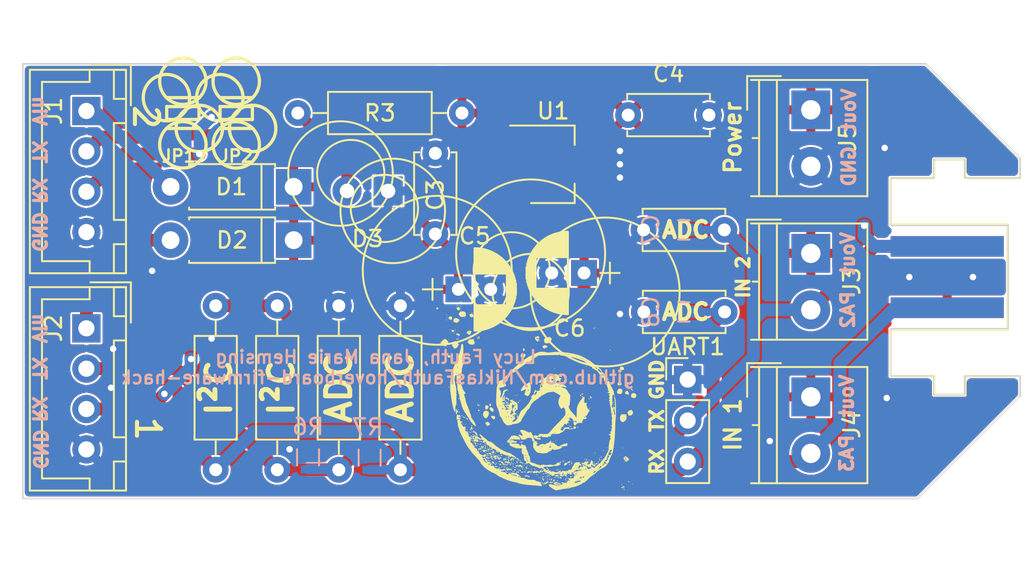
<source format=kicad_pcb>
(kicad_pcb (version 20171130) (host pcbnew "(5.1.4-0-10_14)")
  (layers (0 F.Cu signal) (31 B.Cu signal hide) (34 B.Paste user) (35 F.Paste user) (36 B.SilkS user) (37 F.SilkS user) (38 B.Mask user) (39 F.Mask user) (44 Edge.Cuts user))
  (net 0 "")
  (net 1 "VCC")
  (net 2 "RX")
  (net 3 "GND")
  (net 4 "RX.1")
  (net 5 "TX.1")
  (net 6 "VDD")
  (net 7 "Net-(D3-Pad2)")
  (net 8 "Net-(D2-Pad2)")
  (net 9 "Net-(D1-Pad2)")
  (net 10 "TX")
  (module "Connectors_Terminal_Blocks:TerminalBlock_4UCON_19963_02x3.5mm_Straight" (layer "F.Cu") (at 149.352 88.448 -90)
    (fp_text reference "J5" (at 1.722 -2.286 -90) (layer "F.SilkS"))
    (fp_text value "Screw_Terminal_01x02")
    (pad "1" thru_hole rect (at 0 0 270) (size 2.4 2.4) (drill 1.2) (layers *.Cu *.Mask) (net 1 "VCC"))
    (pad "2" thru_hole circle (at 3.5 0 270) (size 2.4 2.4) (drill 1.2) (layers *.Cu *.Mask) (net 3 "GND"))
  )
  (module "Capacitors_THT:CP_Radial_D5.0mm_P2.00mm" (layer "F.Cu") (at 127.54 99.568)
    (fp_text reference "C5" (at 1.016 -3.302) (layer "F.SilkS"))
    (fp_text value "22uF")
    (pad "1" thru_hole rect (at 0 0) (size 1.6 1.6) (drill 0.8) (layers *.Cu *.Mask) (net 6 "VDD"))
    (pad "2" thru_hole circle (at 2 0) (size 1.6 1.6) (drill 0.8) (layers *.Cu *.Mask) (net 3 "GND"))
  )
  (module "Connectors_JST:JST_XH_B04B-XH-A_04x2.50mm_Straight" (layer "F.Cu") (at 104.521 88.519 -90)
    (fp_text reference "J1" (at 0 2.032 -90) (layer "F.SilkS"))
    (fp_text value "Conn_01x04")
    (pad "1" thru_hole rect (at 0 0 270) (size 1.75 1.75) (drill 1) (layers *.Cu *.Mask) (net 9 "Net-(D1-Pad2)"))
    (pad "2" thru_hole circle (at 2.5 0 270) (size 1.75 1.75) (drill 1) (layers *.Cu *.Mask) (net 5 "TX.1"))
    (pad "3" thru_hole circle (at 5 0 270) (size 1.75 1.75) (drill 1) (layers *.Cu *.Mask) (net 4 "RX.1"))
    (pad "4" thru_hole circle (at 7.5 0 270) (size 1.75 1.75) (drill 1) (layers *.Cu *.Mask) (net 3 "GND"))
  )
  (module "Resistors_THT:R_Axial_DIN0207_L6.3mm_D2.5mm_P10.16mm_Horizontal" (layer "F.Cu") (at 120.142 100.584 -90)
    (fp_text reference "R1" hide)
    (fp_text value "R_Small")
    (pad "1" thru_hole circle (at 0 0 270) (size 1.6 1.6) (drill 0.8) (layers *.Cu *.Mask) (net 3 "GND"))
    (pad "2" thru_hole oval (at 10.16 0 270) (size 1.6 1.6) (drill 0.8) (layers *.Cu *.Mask) (net 10 "TX"))
  )
  (module "jumper:SOLDER-JUMPER_2-WAY" (layer "F.Cu") (at 113.792 88.646 90)
    (fp_text reference "JP2" (at -2.667 0) (layer "F.SilkS") (effects (font (size 0.762 0.762) (thickness 0.1524))))
    (fp_text value "Jumper_NC_Dual" hide)
    (pad "1" smd rect (at -1.35 0 90) (size 1 1) (layers "F.Cu" "F.Paste" "F.Mask") (net 10 "TX"))
    (pad "2" smd rect (at 0 0 90) (size 1 1) (layers "F.Cu" "F.Paste" "F.Mask") (net 4 "RX.1"))
    (pad "3" smd rect (at 1.35 0 90) (size 1 1) (layers "F.Cu" "F.Paste" "F.Mask") (net 2 "RX"))
  )
  (module "jumper:SOLDER-JUMPER_2-WAY" (layer "F.Cu") (at 110.49 88.646 90)
    (fp_text reference "JP1" (at -2.667 -0.254) (layer "F.SilkS") (effects (font (size 0.762 0.762) (thickness 0.1524))))
    (fp_text value "Jumper_NC_Dual" hide)
    (pad "1" smd rect (at -1.35 0 90) (size 1 1) (layers "F.Cu" "F.Paste" "F.Mask") (net 10 "TX"))
    (pad "2" smd rect (at 0 0 90) (size 1 1) (layers "F.Cu" "F.Paste" "F.Mask") (net 5 "TX.1"))
    (pad "3" smd rect (at 1.35 0 90) (size 1 1) (layers "F.Cu" "F.Paste" "F.Mask") (net 2 "RX"))
  )
  (module "LEDs:LED_D3.0mm" (layer "F.Cu") (at 123.19 93.472 180)
    (fp_text reference "D3" (at 1.27 -2.96 180) (layer "F.SilkS"))
    (fp_text value "LED")
    (pad "1" thru_hole rect (at 0 0 180) (size 1.8 1.8) (drill 0.9) (layers *.Cu *.Mask) (net 3 "GND"))
    (pad "2" thru_hole circle (at 2.54 0 180) (size 1.8 1.8) (drill 0.9) (layers *.Cu *.Mask) (net 7 "Net-(D3-Pad2)"))
  )
  (module "Connectors_Terminal_Blocks:TerminalBlock_4UCON_19963_02x3.5mm_Straight" (layer "F.Cu") (at 149.352 106.228 -90)
    (fp_text reference "J4" (at 1.722 -2.54 -90) (layer "F.SilkS"))
    (fp_text value "Screw_Terminal_01x02")
    (pad "1" thru_hole rect (at 0 0 270) (size 2.4 2.4) (drill 1.2) (layers *.Cu *.Mask) (net 1 "VCC"))
    (pad "2" thru_hole circle (at 3.5 0 270) (size 2.4 2.4) (drill 1.2) (layers *.Cu *.Mask) (net 2 "RX"))
  )
  (module "Connectors_JST:JST_XH_B04B-XH-A_04x2.50mm_Straight" (layer "F.Cu") (at 104.521 101.981 -90)
    (fp_text reference "J2" (at 0 2.032 -90) (layer "F.SilkS"))
    (fp_text value "Conn_01x04")
    (pad "1" thru_hole rect (at 0 0 270) (size 1.75 1.75) (drill 1) (layers *.Cu *.Mask) (net 8 "Net-(D2-Pad2)"))
    (pad "2" thru_hole circle (at 2.5 0 270) (size 1.75 1.75) (drill 1) (layers *.Cu *.Mask) (net 10 "TX"))
    (pad "3" thru_hole circle (at 5 0 270) (size 1.75 1.75) (drill 1) (layers *.Cu *.Mask) (net 2 "RX"))
    (pad "4" thru_hole circle (at 7.5 0 270) (size 1.75 1.75) (drill 1) (layers *.Cu *.Mask) (net 3 "GND"))
  )
  (module "Connectors_Terminal_Blocks:TerminalBlock_4UCON_19963_02x3.5mm_Straight" (layer "F.Cu") (at 149.352 97.338 -90)
    (fp_text reference "J3" (at 1.722 -2.54 -90) (layer "F.SilkS"))
    (fp_text value "Screw_Terminal_01x02")
    (pad "1" thru_hole rect (at 0 0 270) (size 2.4 2.4) (drill 1.2) (layers *.Cu *.Mask) (net 1 "VCC"))
    (pad "2" thru_hole circle (at 3.5 0 270) (size 2.4 2.4) (drill 1.2) (layers *.Cu *.Mask) (net 10 "TX"))
  )
  (module "Pin_Headers:Pin_Header_Straight_1x03_Pitch2.54mm" (layer "F.Cu") (at 141.732 105.156)
    (fp_text reference "UART1" (at 0 -2.032) (layer "F.SilkS"))
    (fp_text value "Conn_01x03")
    (pad "1" thru_hole rect (at 0 0) (size 1.7 1.7) (drill 1) (layers *.Cu *.Mask) (net 3 "GND"))
    (pad "2" thru_hole oval (at 0 2.54) (size 1.7 1.7) (drill 1) (layers *.Cu *.Mask) (net 10 "TX"))
    (pad "3" thru_hole oval (at 0 5.08) (size 1.7 1.7) (drill 1) (layers *.Cu *.Mask) (net 2 "RX"))
  )
  (module "Resistors_THT:R_Axial_DIN0207_L6.3mm_D2.5mm_P10.16mm_Horizontal" (layer "F.Cu") (at 116.332 100.584 -90)
    (fp_text reference "R5" hide)
    (fp_text value "3k3")
    (pad "1" thru_hole circle (at 0 0 270) (size 1.6 1.6) (drill 0.8) (layers *.Cu *.Mask) (net 1 "VCC"))
    (pad "2" thru_hole oval (at 10.16 0 270) (size 1.6 1.6) (drill 0.8) (layers *.Cu *.Mask) (net 10 "TX"))
  )
  (module "Resistors_THT:R_Axial_DIN0207_L6.3mm_D2.5mm_P10.16mm_Horizontal" (layer "F.Cu") (at 112.522 100.584 -90)
    (fp_text reference "R4" hide)
    (fp_text value "3k3")
    (pad "1" thru_hole circle (at 0 0 270) (size 1.6 1.6) (drill 0.8) (layers *.Cu *.Mask) (net 1 "VCC"))
    (pad "2" thru_hole oval (at 10.16 0 270) (size 1.6 1.6) (drill 0.8) (layers *.Cu *.Mask) (net 2 "RX"))
  )
  (module "Resistors_THT:R_Axial_DIN0207_L6.3mm_D2.5mm_P10.16mm_Horizontal" (layer "F.Cu") (at 117.602 88.646)
    (fp_text reference "R3" (at 5.08 0) (layer "F.SilkS"))
    (fp_text value "220Ohm")
    (pad "1" thru_hole circle (at 0 0) (size 1.6 1.6) (drill 0.8) (layers *.Cu *.Mask) (net 7 "Net-(D3-Pad2)"))
    (pad "2" thru_hole oval (at 10.16 0) (size 1.6 1.6) (drill 0.8) (layers *.Cu *.Mask) (net 1 "VCC"))
  )
  (module "Resistors_THT:R_Axial_DIN0207_L6.3mm_D2.5mm_P10.16mm_Horizontal" (layer "F.Cu") (at 123.952 110.744 90)
    (fp_text reference "R2" hide)
    (fp_text value "R_Small")
    (pad "1" thru_hole circle (at 0 0 90) (size 1.6 1.6) (drill 0.8) (layers *.Cu *.Mask) (net 2 "RX"))
    (pad "2" thru_hole oval (at 10.16 0 90) (size 1.6 1.6) (drill 0.8) (layers *.Cu *.Mask) (net 3 "GND"))
  )
  (module "Capacitors_THT:CP_Radial_D5.0mm_P2.00mm" (layer "F.Cu") (at 135.3185 98.552 180)
    (fp_text reference "C6" (at 0.889 -3.429 180) (layer "F.SilkS"))
    (fp_text value "22uF")
    (pad "1" thru_hole rect (at 0 0 180) (size 1.6 1.6) (drill 0.8) (layers *.Cu *.Mask) (net 1 "VCC"))
    (pad "2" thru_hole circle (at 2 0 180) (size 1.6 1.6) (drill 0.8) (layers *.Cu *.Mask) (net 3 "GND"))
  )
  (module "Diodes_THT:D_DO-41_SOD81_P7.62mm_Horizontal" (layer "F.Cu") (at 117.348 96.52 180)
    (fp_text reference "D2" (at 3.81 0 180) (layer "F.SilkS"))
    (fp_text value "D")
    (pad "1" thru_hole rect (at 0 0 180) (size 2.2 2.2) (drill 1.1) (layers *.Cu *.Mask) (net 6 "VDD"))
    (pad "2" thru_hole oval (at 7.62 0 180) (size 2.2 2.2) (drill 1.1) (layers *.Cu *.Mask) (net 8 "Net-(D2-Pad2)"))
  )
  (module "Diodes_THT:D_DO-41_SOD81_P7.62mm_Horizontal" (layer "F.Cu") (at 117.348 93.218 180)
    (fp_text reference "D1" (at 3.8608 0 180) (layer "F.SilkS"))
    (fp_text value "D")
    (pad "1" thru_hole rect (at 0 0 180) (size 2.2 2.2) (drill 1.1) (layers *.Cu *.Mask) (net 6 "VDD"))
    (pad "2" thru_hole oval (at 7.62 0 180) (size 2.2 2.2) (drill 1.1) (layers *.Cu *.Mask) (net 9 "Net-(D1-Pad2)"))
  )
  (module "Capacitors_THT:C_Disc_D5.0mm_W2.5mm_P5.00mm" (layer "F.Cu") (at 139.0015 95.885)
    (fp_text reference "C1" hide)
    (fp_text value "C_Small")
    (pad "1" thru_hole circle (at 0 0) (size 1.6 1.6) (drill 0.8) (layers *.Cu *.Mask) (net 3 "GND"))
    (pad "2" thru_hole circle (at 5 0) (size 1.6 1.6) (drill 0.8) (layers *.Cu *.Mask) (net 10 "TX"))
  )
  (module "TO_SOT_Packages_SMD:SOT-89-3_Handsoldering" (layer "F.Cu") (at 132.958 91.821)
    (fp_text reference "U1" (at 0.45 -3.3) (layer "F.SilkS"))
    (fp_text value "L7805SOT89")
    (pad "1" smd rect (at -1.98 -1.5 270) (size 1 2.5) (layers "F.Cu" "F.Paste" "F.Mask") (net 1 "VCC"))
    (pad "2" smd trapezoid (at -0.37 0 90) (size 1.5 0.75) (rect_delta 0 0.5) (layers "F.Cu" "F.Paste" "F.Mask") (net 3 "GND"))
    (pad "2" smd rect (at -1.98 0 270) (size 1 2.5) (layers "F.Cu" "F.Paste" "F.Mask") (net 3 "GND"))
    (pad "2" smd rect (at 1.98 0 270) (size 2 4) (layers "F.Cu" "F.Paste" "F.Mask") (net 3 "GND"))
    (pad "3" smd rect (at -1.98 1.5 270) (size 1 2.5) (layers "F.Cu" "F.Paste" "F.Mask") (net 6 "VDD"))
  )
  (module "otter:NUNCHUCK" (layer "F.Cu") (at 158.2928 98.806 90)
    (fp_text reference "J6" hide)
    (fp_text value "Conn_01x04" hide)
    (pad "1" smd rect (at -1.9 -0.5 90) (size 1.27 7) (layers "F.Cu" "F.Paste" "F.Mask") (net 3 "GND"))
    (pad "2" smd rect (at 1.9 -0.5 90) (size 1.27 7) (layers "F.Cu" "F.Paste" "F.Mask") (net 10 "TX"))
    (pad "3" smd rect (at 1.9 -0.5 90) (size 1.27 7) (layers "B.Cu" "B.Paste" "B.Mask") (net 1 "VCC"))
    (pad "4" smd rect (at -1.9 -0.5 90) (size 1.27 7) (layers "B.Cu" "B.Paste" "B.Mask") (net 2 "RX"))
  )
  (module "Capacitors_THT:C_Disc_D5.0mm_W2.5mm_P5.00mm" (layer "F.Cu") (at 126.111 96.139 90)
    (fp_text reference "C3" (at 2.413 0 90) (layer "F.SilkS"))
    (fp_text value "1uF")
    (pad "1" thru_hole circle (at 0 0 90) (size 1.6 1.6) (drill 0.8) (layers *.Cu *.Mask) (net 6 "VDD"))
    (pad "2" thru_hole circle (at 5 0 90) (size 1.6 1.6) (drill 0.8) (layers *.Cu *.Mask) (net 3 "GND"))
  )
  (module "otterimage:otterimage_crop_13" (layer "F.Cu") (at 132.588 106.172)
    (fp_text reference "G***" hide)
    (fp_text value "LOGO" hide)
  )
  (module "Capacitors_THT:C_Disc_D5.0mm_W2.5mm_P5.00mm" (layer "F.Cu") (at 138.049 88.773)
    (fp_text reference "C4" (at 2.5 -2.56) (layer "F.SilkS"))
    (fp_text value "1uF")
    (pad "1" thru_hole circle (at 0 0) (size 1.6 1.6) (drill 0.8) (layers *.Cu *.Mask) (net 1 "VCC"))
    (pad "2" thru_hole circle (at 5 0) (size 1.6 1.6) (drill 0.8) (layers *.Cu *.Mask) (net 3 "GND"))
  )
  (module "Capacitors_THT:C_Disc_D5.0mm_W2.5mm_P5.00mm" (layer "F.Cu") (at 144.018 100.965 180)
    (fp_text reference "C2" hide)
    (fp_text value "C_Small")
    (pad "1" thru_hole circle (at 0 0 180) (size 1.6 1.6) (drill 0.8) (layers *.Cu *.Mask) (net 2 "RX"))
    (pad "2" thru_hole circle (at 5 0 180) (size 1.6 1.6) (drill 0.8) (layers *.Cu *.Mask) (net 3 "GND"))
  )
  (module "Resistors_SMD:R_0603" (layer "B.Cu") (at 122.047 109.994 90)
    (fp_text reference "R7" (at 1.893 -0.127 180) (layer "B.SilkS") (effects (justify mirror)))
    (fp_text value "R_Small")
    (pad "1" smd rect (at -0.75 0 90) (size 0.5 0.9) (layers "B.Cu" "B.Paste" "B.Mask") (net 2 "RX"))
    (pad "2" smd rect (at 0.75 0 90) (size 0.5 0.9) (layers "B.Cu" "B.Paste" "B.Mask") (net 3 "GND"))
  )
  (module "Capacitors_SMD:C_0603" (layer "B.Cu") (at 141.49 100.965 180)
    (fp_text reference "C8" (at 2.032 0 270) (layer "B.SilkS") (effects (justify mirror)))
    (fp_text value "C_Small")
    (pad "1" smd rect (at -0.75 0 180) (size 0.8 0.75) (layers "B.Cu" "B.Paste" "B.Mask") (net 2 "RX"))
    (pad "2" smd rect (at 0.75 0 180) (size 0.8 0.75) (layers "B.Cu" "B.Paste" "B.Mask") (net 3 "GND"))
  )
  (module "Capacitors_SMD:C_0603" (layer "B.Cu") (at 141.49 95.885)
    (fp_text reference "C7" (at -2.032 0 90) (layer "B.SilkS") (effects (justify mirror)))
    (fp_text value "C_Small")
    (pad "1" smd rect (at -0.75 0) (size 0.8 0.75) (layers "B.Cu" "B.Paste" "B.Mask") (net 3 "GND"))
    (pad "2" smd rect (at 0.75 0) (size 0.8 0.75) (layers "B.Cu" "B.Paste" "B.Mask") (net 10 "TX"))
  )
  (module "Resistors_SMD:R_0603" (layer "B.Cu") (at 118.237 109.97 -90)
    (fp_text reference "R6" (at -1.893 0) (layer "B.SilkS") (effects (justify mirror)))
    (fp_text value "R_Small")
    (pad "1" smd rect (at -0.75 0 270) (size 0.5 0.9) (layers "B.Cu" "B.Paste" "B.Mask") (net 3 "GND"))
    (pad "2" smd rect (at 0.75 0 270) (size 0.5 0.9) (layers "B.Cu" "B.Paste" "B.Mask") (net 10 "TX"))
  )
  (gr_line (start 162.306 91.44) (end 156.464 85.598) (layer "Edge.Cuts") (width 0.1))
  (gr_line (start 156.464 85.598) (end 100.584 85.598) (layer "Edge.Cuts") (width 0.1))
  (gr_line (start 154.2796 102.0064) (end 161.544 102.0064) (layer "Edge.Cuts") (width 0.1))
  (gr_line (start 162.306 106.172) (end 155.956 112.522) (layer "Edge.Cuts") (width 0.1))
  (gr_line (start 158.877 104.9528) (end 158.877 106.0958) (layer "Edge.Cuts") (width 0.1))
  (gr_line (start 158.877 92.6592) (end 162.306 92.6592) (layer "Edge.Cuts") (width 0.1))
  (gr_line (start 158.877 106.0958) (end 156.972 106.0958) (layer "Edge.Cuts") (width 0.1))
  (gr_line (start 161.544 95.6056) (end 154.2796 95.6056) (layer "Edge.Cuts") (width 0.1))
  (gr_line (start 162.306 106.172) (end 162.306 104.9528) (layer "Edge.Cuts") (width 0.1))
  (gr_line (start 156.972 104.9528) (end 154.2796 104.9528) (layer "Edge.Cuts") (width 0.1))
  (gr_line (start 154.2796 104.9528) (end 154.2796 102.0064) (layer "Edge.Cuts") (width 0.1))
  (gr_line (start 154.2796 95.6056) (end 154.2796 92.6592) (layer "Edge.Cuts") (width 0.1))
  (gr_line (start 158.877 91.5162) (end 158.877 92.6592) (layer "Edge.Cuts") (width 0.1))
  (gr_line (start 156.972 92.6592) (end 156.972 91.5162) (layer "Edge.Cuts") (width 0.1))
  (gr_line (start 100.584 85.598) (end 100.584 112.522) (layer "Edge.Cuts") (width 0.1))
  (gr_line (start 156.972 91.5162) (end 158.877 91.5162) (layer "Edge.Cuts") (width 0.1))
  (gr_line (start 155.956 112.522) (end 100.584 112.522) (layer "Edge.Cuts") (width 0.1))
  (gr_line (start 161.544 102.0064) (end 161.544 95.6056) (layer "Edge.Cuts") (width 0.1))
  (gr_line (start 156.972 106.0958) (end 156.972 104.9528) (layer "Edge.Cuts") (width 0.1))
  (gr_line (start 154.2796 92.6592) (end 156.972 92.6592) (layer "Edge.Cuts") (width 0.1))
  (gr_line (start 162.306 91.44) (end 162.306 92.6592) (layer "Edge.Cuts") (width 0.1))
  (gr_line (start 162.306 104.9528) (end 158.877 104.9528) (layer "Edge.Cuts") (width 0.1))
  (gr_text "Vin" (at 101.6 88.519 270) (layer "B.SilkS") (effects (font (size 0.8 0.8) (thickness 0.2)) (justify mirror)))
  (gr_text "GND" (at 101.6 96.012 270) (layer "B.SilkS") (effects (font (size 0.8 0.8) (thickness 0.2)) (justify mirror)))
  (gr_text "GND" (at 151.7015 91.948 90) (layer "B.SilkS") (effects (font (size 0.8 0.8) (thickness 0.2)) (justify mirror)))
  (gr_text "Vout" (at 151.638 97.3455 90) (layer "B.SilkS") (effects (font (size 0.8 0.8) (thickness 0.2)) (justify mirror)))
  (gr_text "Vout" (at 151.5745 106.172 90) (layer "B.SilkS") (effects (font (size 0.8 0.8) (thickness 0.2)) (justify mirror)))
  (gr_text "GND" (at 101.6635 109.474 270) (layer "B.SilkS") (effects (font (size 0.8 0.8) (thickness 0.2)) (justify mirror)))
  (gr_text "TX" (at 101.6 104.4575 270) (layer "B.SilkS") (effects (font (size 0.8 0.8) (thickness 0.2)) (justify mirror)))
  (gr_text "RX" (at 101.6 106.9975 270) (layer "B.SilkS") (effects (font (size 0.8 0.8) (thickness 0.2)) (justify mirror)))
  (gr_text "github.com/NiklasFauth/hoverboard-firmware-hack" (at 122.555 105.029) (layer "B.SilkS") (effects (font (size 0.8 0.8)) (justify mirror)))
  (gr_text "TX" (at 101.6 91.059 270) (layer "B.SilkS") (effects (font (size 0.8 0.8) (thickness 0.2)) (justify mirror)))
  (gr_text "Vin" (at 101.6 101.981 270) (layer "B.SilkS") (effects (font (size 0.8 0.8) (thickness 0.2)) (justify mirror)))
  (gr_text "Vout" (at 151.7015 88.4555 90) (layer "B.SilkS") (effects (font (size 0.8 0.8) (thickness 0.2)) (justify mirror)))
  (gr_text "RX" (at 101.6 93.472 270) (layer "B.SilkS") (effects (font (size 0.8 0.8) (thickness 0.2)) (justify mirror)))
  (gr_text "PA2" (at 151.638 100.838 90) (layer "B.SilkS") (effects (font (size 0.8 0.8) (thickness 0.2)) (justify mirror)))
  (gr_text "PA3" (at 151.5745 109.728 90) (layer "B.SilkS") (effects (font (size 0.8 0.8) (thickness 0.2)) (justify mirror)))
  (gr_text "Lucy Fauth, Jana Marie Hemsing" (at 122.428 103.759) (layer "B.SilkS") (effects (font (size 0.8 0.8)) (justify mirror)))
  (gr_text "GND" (at 139.827 105.156 90) (layer "F.SilkS") (effects (font (size 0.8 0.8) (thickness 0.2))))
  (gr_text "TX" (at 139.827 107.696 90) (layer "F.SilkS") (effects (font (size 0.8 0.8) (thickness 0.2))))
  (gr_text "RX" (at 139.827 110.236 90) (layer "F.SilkS") (effects (font (size 0.8 0.8) (thickness 0.2))))
  (gr_text "ADC" (at 141.605 100.965) (layer "F.SilkS") (effects (font (size 1 1) (thickness 0.25))))
  (gr_text "1" (at 108.331 108.204 270) (layer "F.SilkS") (effects (font (size 1.5 1.5) (thickness 0.25))))
  (gr_text "IN 1" (at 144.526 107.95 90) (layer "F.SilkS") (effects (font (size 1 1) (thickness 0.2))))
  (gr_text "I²C" (at 116.586 105.664 90) (layer "F.SilkS") (effects (font (size 1.5 1.5) (thickness 0.3))))
  (gr_text "ADC" (at 141.605 95.885) (layer "F.SilkS") (effects (font (size 1 1) (thickness 0.25))))
  (gr_text "Power" (at 144.526 90.17 90) (layer "F.SilkS") (effects (font (size 1 1) (thickness 0.2))))
  (gr_text "I²C" (at 112.7252 105.664 90) (layer "F.SilkS") (effects (font (size 1.5 1.5) (thickness 0.3))))
  (gr_text "IN 2" (at 145.161 98.806 90) (layer "F.SilkS") (effects (font (size 0.8 0.8) (thickness 0.2))))
  (gr_text "ADC" (at 123.952 105.664 90) (layer "F.SilkS") (effects (font (size 1.5 1.5) (thickness 0.3))))
  (gr_text "2" (at 108.204 88.9 270) (layer "F.SilkS") (effects (font (size 1.5 1.5) (thickness 0.25))))
  (gr_text "ADC" (at 120.142 105.664 90) (layer "F.SilkS") (effects (font (size 1.5 1.5) (thickness 0.3))))
  (segment (start 112.522 100.584) (end 116.332 100.584) (width 0.8) (layer "F.Cu") (net 1))
  (segment (start 117.732001 101.984001) (end 133.486499 101.984001) (width 0.8) (layer "F.Cu") (net 1))
  (segment (start 116.332 100.584) (end 117.732001 101.984001) (width 0.8) (layer "F.Cu") (net 1))
  (segment (start 135.3185 100.152) (end 135.3185 98.552) (width 0.8) (layer "F.Cu") (net 1))
  (segment (start 133.486499 101.984001) (end 135.3185 100.152) (width 0.8) (layer "F.Cu") (net 1))
  (segment (start 158.2674 96.906) (end 153.294 96.906) (width 0.8) (layer "B.Cu") (net 1))
  (segment (start 152.654 96.266) (end 152.654 95.631) (width 0.8) (layer "B.Cu") (net 1))
  (segment (start 153.294 96.906) (end 152.654 96.266) (width 0.8) (layer "B.Cu") (net 1))
  (segment (start 114.892001 95.546999) (end 114.892001 87.665999) (width 0.8) (layer "F.Cu") (net 2))
  (segment (start 108.752 106.64) (end 109.347 106.045) (width 0.8) (layer "F.Cu") (net 2))
  (segment (start 143.309001 108.785999) (end 141.859 110.236) (width 0.8) (layer "F.Cu") (net 2))
  (segment (start 110.998 99.458226) (end 111.006613 99.449613) (width 0.8) (layer "F.Cu") (net 2))
  (segment (start 148.844 110.236) (end 149.352 109.728) (width 0.8) (layer "F.Cu") (net 2))
  (segment (start 141.859 110.236) (end 148.844 110.236) (width 0.8) (layer "F.Cu") (net 2))
  (segment (start 123.952 110.744) (end 141.351 110.744) (width 0.8) (layer "F.Cu") (net 2))
  (segment (start 113.792 87.296) (end 114.522002 87.296) (width 0.8) (layer "F.Cu") (net 2))
  (segment (start 108.411 106.981) (end 104.521 106.981) (width 0.8) (layer "F.Cu") (net 2))
  (segment (start 108.752 106.64) (end 108.411 106.981) (width 0.8) (layer "F.Cu") (net 2))
  (segment (start 108.752 106.974) (end 108.752 106.64) (width 0.8) (layer "F.Cu") (net 2))
  (segment (start 114.892001 95.546999) (end 111.006613 99.449613) (width 0.8) (layer "F.Cu") (net 2))
  (segment (start 114.522002 87.296) (end 114.892001 87.665999) (width 0.8) (layer "F.Cu") (net 2))
  (segment (start 110.998 103.886) (end 110.998 99.458226) (width 0.8) (layer "F.Cu") (net 2))
  (segment (start 111.006613 99.449613) (end 110.998 99.441) (width 0.8) (layer "F.Cu") (net 2))
  (segment (start 143.309001 101.673999) (end 143.309001 108.785999) (width 0.8) (layer "F.Cu") (net 2))
  (segment (start 144.018 100.965) (end 143.309001 101.673999) (width 0.8) (layer "F.Cu") (net 2))
  (segment (start 112.522 110.744) (end 108.752 106.974) (width 0.8) (layer "F.Cu") (net 2))
  (segment (start 113.792 87.296) (end 110.49 87.296) (width 0.7) (layer "F.Cu") (net 2))
  (segment (start 141.351 110.744) (end 141.859 110.236) (width 0.8) (layer "F.Cu") (net 2))
  (segment (start 122.953001 108.369999) (end 114.896001 108.369999) (width 0.8) (layer "B.Cu") (net 2))
  (segment (start 110.998 104.394) (end 109.855 105.537) (width 0.8) (layer "B.Cu") (net 2))
  (segment (start 150.551999 108.528001) (end 149.352 109.728) (width 0.8) (layer "B.Cu") (net 2))
  (segment (start 109.855 105.537) (end 109.347 106.045) (width 0.8) (layer "B.Cu") (net 2))
  (segment (start 113.321999 109.944001) (end 112.522 110.744) (width 0.8) (layer "B.Cu") (net 2))
  (segment (start 142.24 100.965) (end 144.018 100.965) (width 0.5) (layer "B.Cu") (net 2))
  (segment (start 151.152001 104.138379) (end 151.152001 107.927999) (width 0.8) (layer "B.Cu") (net 2))
  (segment (start 154.58438 100.706) (end 151.152001 104.138379) (width 0.8) (layer "B.Cu") (net 2))
  (segment (start 114.896001 108.369999) (end 113.321999 109.944001) (width 0.8) (layer "B.Cu") (net 2))
  (segment (start 123.952 110.744) (end 123.952 109.368998) (width 0.8) (layer "B.Cu") (net 2))
  (segment (start 158.2674 100.706) (end 154.58438 100.706) (width 0.8) (layer "B.Cu") (net 2))
  (segment (start 151.152001 107.927999) (end 150.551999 108.528001) (width 0.8) (layer "B.Cu") (net 2))
  (segment (start 110.998 103.886) (end 110.998 104.394) (width 0.8) (layer "B.Cu") (net 2))
  (segment (start 122.047 110.744) (end 123.952 110.744) (width 0.6) (layer "B.Cu") (net 2))
  (segment (start 123.952 109.368998) (end 122.953001 108.369999) (width 0.8) (layer "B.Cu") (net 2))
  (segment (start 104.521 93.519) (end 106.854 91.186) (width 0.8) (layer "F.Cu") (net 4))
  (segment (start 113.792 88.646) (end 112.522 88.646) (width 0.7) (layer "F.Cu") (net 4))
  (segment (start 106.854 91.186) (end 111.506 91.186) (width 0.8) (layer "F.Cu") (net 4))
  (segment (start 112.522 88.646) (end 112.268 88.9) (width 0.7) (layer "F.Cu") (net 4))
  (segment (start 111.506 89.662) (end 112.268 88.9) (width 0.7) (layer "B.Cu") (net 4))
  (segment (start 111.506 91.186) (end 111.506 89.662) (width 0.7) (layer "B.Cu") (net 4))
  (segment (start 105.395999 90.144001) (end 105.737435 90.144001) (width 0.8) (layer "F.Cu") (net 5))
  (segment (start 107.691999 90.144001) (end 109.19 88.646) (width 0.8) (layer "F.Cu") (net 5))
  (segment (start 109.19 88.646) (end 110.49 88.646) (width 0.8) (layer "F.Cu") (net 5))
  (segment (start 105.395999 90.144001) (end 107.691999 90.144001) (width 0.8) (layer "F.Cu") (net 5))
  (segment (start 104.521 91.019) (end 105.395999 90.144001) (width 0.8) (layer "F.Cu") (net 5))
  (segment (start 120.65 93.472) (end 120.65 91.694) (width 0.7) (layer "F.Cu") (net 7))
  (segment (start 120.65 91.694) (end 117.602 88.646) (width 0.7) (layer "F.Cu") (net 7))
  (segment (start 109.347 96.52) (end 109.728 96.52) (width 0.7) (layer "F.Cu") (net 8))
  (segment (start 108.172366 96.52) (end 109.728 96.52) (width 0.8) (layer "F.Cu") (net 8))
  (segment (start 104.521 101.981) (end 104.521 100.171366) (width 0.8) (layer "F.Cu") (net 8))
  (segment (start 104.521 100.171366) (end 108.172366 96.52) (width 0.8) (layer "F.Cu") (net 8))
  (segment (start 105.022 88.512) (end 109.728 93.218) (width 0.8) (layer "B.Cu") (net 9))
  (segment (start 110.062 104.474) (end 110.015 104.521) (width 0.8) (layer "F.Cu") (net 10))
  (segment (start 113.792 95.232774) (end 109.997992 99.026782) (width 0.8) (layer "F.Cu") (net 10))
  (segment (start 120.142 110.744) (end 122.174 108.712) (width 0.8) (layer "F.Cu") (net 10))
  (segment (start 109.997992 104.409992) (end 110.062 104.474) (width 0.8) (layer "F.Cu") (net 10))
  (segment (start 149.484 100.706) (end 149.352 100.838) (width 0.8) (layer "F.Cu") (net 10))
  (segment (start 120.142 110.744) (end 116.332 110.744) (width 0.8) (layer "F.Cu") (net 10))
  (segment (start 153.284 96.906) (end 149.352 100.838) (width 0.8) (layer "F.Cu") (net 10))
  (segment (start 138.684 108.712) (end 138.69999 108.72799) (width 0.8) (layer "F.Cu") (net 10))
  (segment (start 109.997992 99.026782) (end 109.997992 104.409992) (width 0.8) (layer "F.Cu") (net 10))
  (segment (start 122.174 108.712) (end 138.684 108.712) (width 0.8) (layer "F.Cu") (net 10))
  (segment (start 110.062 104.474) (end 116.332 110.744) (width 0.8) (layer "F.Cu") (net 10))
  (segment (start 140.843 108.712) (end 141.859 107.696) (width 0.8) (layer "F.Cu") (net 10))
  (segment (start 113.792 89.996) (end 113.792 95.232774) (width 0.8) (layer "F.Cu") (net 10))
  (segment (start 109.926984 104.481) (end 109.997992 104.409992) (width 0.8) (layer "F.Cu") (net 10))
  (segment (start 110.49 89.996) (end 113.792 89.996) (width 0.7) (layer "F.Cu") (net 10))
  (segment (start 104.521 104.481) (end 109.926984 104.481) (width 0.8) (layer "F.Cu") (net 10))
  (segment (start 138.684 108.712) (end 140.843 108.712) (width 0.8) (layer "F.Cu") (net 10))
  (segment (start 158.2674 96.906) (end 153.284 96.906) (width 0.8) (layer "F.Cu") (net 10))
  (segment (start 149.352 100.838) (end 146.431 100.838) (width 0.8) (layer "B.Cu") (net 10))
  (segment (start 145.796 101.473) (end 145.796 103.124) (width 0.8) (layer "B.Cu") (net 10))
  (segment (start 120.118 110.72) (end 120.142 110.744) (width 0.6) (layer "B.Cu") (net 10))
  (segment (start 141.859 107.696) (end 145.796 103.759) (width 0.8) (layer "B.Cu") (net 10))
  (segment (start 145.796 101.473) (end 145.796 97.6795) (width 0.8) (layer "B.Cu") (net 10))
  (segment (start 142.24 95.885) (end 144.0015 95.885) (width 0.5) (layer "B.Cu") (net 10))
  (segment (start 118.237 110.72) (end 120.118 110.72) (width 0.6) (layer "B.Cu") (net 10))
  (segment (start 146.431 100.838) (end 145.796 101.473) (width 0.8) (layer "B.Cu") (net 10))
  (segment (start 145.796 97.6795) (end 144.0015 95.885) (width 0.8) (layer "B.Cu") (net 10))
  (segment (start 145.796 103.759) (end 145.796 103.124) (width 0.8) (layer "B.Cu") (net 10))
  (via (at 152.654 95.631) (size 0.8) (drill 0.4) (layers "F.Cu" "B.Cu") (net 1))
  (via (at 109.347 106.045) (size 0.8) (drill 0.4) (layers "F.Cu" "B.Cu") (net 2))
  (via (at 110.998 103.886) (size 0.8) (drill 0.4) (layers "F.Cu" "B.Cu") (net 2))
  (via (at 108.585 98.425) (size 0.8) (drill 0.4) (layers "F.Cu" "B.Cu") (net 3))
  (via (at 153.924 90.805) (size 0.8) (drill 0.4) (layers "F.Cu" "B.Cu") (net 3))
  (via (at 137.541 101.092) (size 0.8) (drill 0.4) (layers "F.Cu" "B.Cu") (net 3))
  (via (at 154.051 106.299) (size 0.8) (drill 0.4) (layers "F.Cu" "B.Cu") (net 3))
  (via (at 137.541 91.821) (size 0.8) (drill 0.4) (layers "F.Cu" "B.Cu") (net 3))
  (via (at 112.268 102.616) (size 0.8) (drill 0.4) (layers "F.Cu" "B.Cu") (net 3))
  (via (at 117.094 109.474) (size 0.8) (drill 0.4) (layers "F.Cu" "B.Cu") (net 3))
  (via (at 106.172 103.251) (size 0.8) (drill 0.4) (layers "F.Cu" "B.Cu") (net 3))
  (via (at 146.812 108.966) (size 0.8) (drill 0.4) (layers "F.Cu" "B.Cu") (net 3))
  (via (at 137.541 92.6465) (size 0.8) (drill 0.4) (layers "F.Cu" "B.Cu") (net 3))
  (via (at 159.385 98.806) (size 0.8) (drill 0.4) (layers "F.Cu" "B.Cu") (net 3))
  (via (at 106.045 105.664) (size 0.8) (drill 0.4) (layers "F.Cu" "B.Cu") (net 3))
  (via (at 137.541 90.9955) (size 0.8) (drill 0.4) (layers "F.Cu" "B.Cu") (net 3))
  (via (at 155.448 98.806) (size 0.8) (drill 0.4) (layers "F.Cu" "B.Cu") (net 3))
  (via (at 111.506 91.186) (size 0.8) (drill 0.4) (layers "F.Cu" "B.Cu") (net 4))
  (via (at 112.268 88.9) (size 0.8) (drill 0.4) (layers "F.Cu" "B.Cu") (net 4))
  (zone (net 1) (net_name "VCC") (layer "F.Cu") (priority 1) (connect_pads (clearance 0.254)) (min_thickness 0.254)
    (polygon (pts (xy 137.033 91.186) (xy 136.779 90.932) (xy 129.6035 90.932) (xy 128.9685 90.17) (xy 127 90.17) (xy 126.492 89.662) (xy 126.492 86.106) (xy 127 85.598) (xy 152.654 85.598) (xy 153.162 86.106) (xy 153.162 107.442) (xy 152.654 107.95) (xy 145.288 107.95) (xy 144.78 107.442) (xy 144.78 100.584) (xy 144.272 100.076) (xy 132.842 100.076) (xy 132.334 99.568) (xy 132.334 94.615) (xy 132.461 94.361) (xy 136.779 94.361) (xy 137.033 94.107)))
  )
  (zone (net 6) (net_name "VDD") (layer "F.Cu") (priority 2) (connect_pads (clearance 0.254)) (min_thickness 0.254)
    (polygon (pts (xy 116.332 91.313) (xy 119.126 91.313) (xy 119.38 91.567) (xy 119.38 92.964) (xy 119.634 93.218) (xy 129.032 93.218) (xy 129.667 92.583) (xy 136.779 92.583) (xy 137.033 92.837) (xy 137.033 94.107) (xy 136.779 94.361) (xy 132.461 94.361) (xy 132.08 94.869) (xy 132.08 100.457) (xy 131.699 100.711) (xy 116.459 100.711) (xy 116.078 100.33) (xy 116.078 91.567)))
  )
  (zone (net 3) (net_name "GND") (layer "F.Cu") (priority 3) (connect_pads yes (clearance 0.254)) (min_thickness 0.254)
    (polygon (pts (xy 136.906 90.805) (xy 137.16 90.551) (xy 137.922 90.551) (xy 138.176 90.805) (xy 138.176 92.9005) (xy 137.922 93.1545) (xy 137.16 93.1545) (xy 136.906 92.9005) (xy 136.906 92.837)))
  )
  (zone (net 3) (net_name "GND") (layer "F.Cu") (connect_pads (clearance 0.254)) (min_thickness 0.254)
    (polygon (pts (xy 162.56 112.522) (xy 100.584 112.522) (xy 100.584 85.598) (xy 162.56 85.598)))
  )
  (zone (net 3) (net_name "GND") (layer "B.Cu") (connect_pads thru_hole_only (clearance 0.254)) (min_thickness 0.254)
    (polygon (pts (xy 100.584 85.598) (xy 100.584 112.522) (xy 162.56 112.522) (xy 162.56 85.598)))
  )
)
</source>
